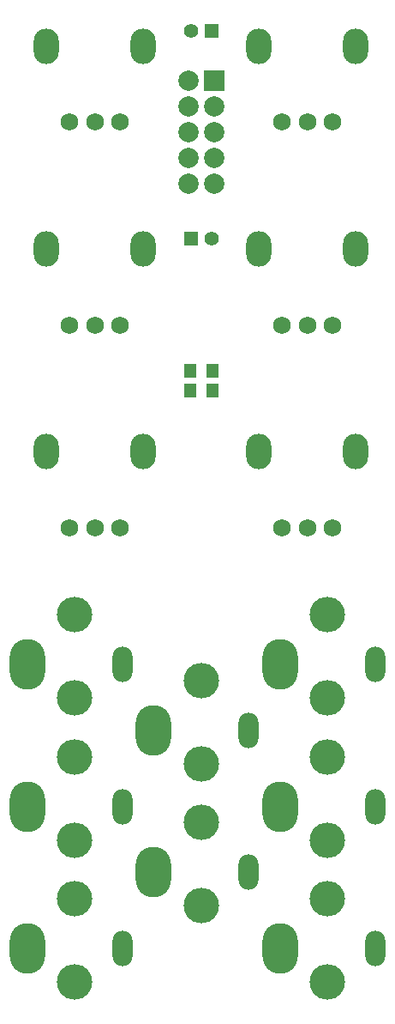
<source format=gts>
G04 (created by PCBNEW (2013-07-07 BZR 4022)-stable) date 2014-05-25 11:14:29 PM*
%MOIN*%
G04 Gerber Fmt 3.4, Leading zero omitted, Abs format*
%FSLAX34Y34*%
G01*
G70*
G90*
G04 APERTURE LIST*
%ADD10C,0.00590551*%
%ADD11R,0.045X0.055*%
%ADD12O,0.0984252X0.137795*%
%ADD13C,0.0688976*%
%ADD14O,0.137795X0.19685*%
%ADD15O,0.0787402X0.137795*%
%ADD16O,0.137795X0.137795*%
%ADD17C,0.0787*%
%ADD18R,0.0787X0.0787*%
%ADD19R,0.0551181X0.0551181*%
%ADD20C,0.0551181*%
G04 APERTURE END LIST*
G54D10*
G54D11*
X87567Y-56692D03*
X88417Y-56692D03*
X87567Y-57480D03*
X88417Y-57480D03*
G54D12*
X85748Y-59842D03*
X81968Y-59842D03*
G54D13*
X84842Y-62795D03*
X83858Y-62795D03*
X82874Y-62795D03*
G54D12*
X85748Y-51968D03*
X81968Y-51968D03*
G54D13*
X84842Y-54921D03*
X83858Y-54921D03*
X82874Y-54921D03*
G54D12*
X85748Y-44094D03*
X81968Y-44094D03*
G54D13*
X84842Y-47047D03*
X83858Y-47047D03*
X82874Y-47047D03*
G54D12*
X94015Y-44094D03*
X90236Y-44094D03*
G54D13*
X93110Y-47047D03*
X92125Y-47047D03*
X91141Y-47047D03*
G54D12*
X94015Y-51968D03*
X90236Y-51968D03*
G54D13*
X93110Y-54921D03*
X92125Y-54921D03*
X91141Y-54921D03*
G54D12*
X94015Y-59842D03*
X90236Y-59842D03*
G54D13*
X93110Y-62795D03*
X92125Y-62795D03*
X91141Y-62795D03*
G54D14*
X81220Y-68110D03*
G54D15*
X84921Y-68110D03*
G54D16*
X83070Y-66181D03*
X83070Y-69409D03*
G54D14*
X86141Y-76181D03*
G54D15*
X89842Y-76181D03*
G54D16*
X87992Y-74251D03*
X87992Y-77480D03*
G54D14*
X91062Y-79133D03*
G54D15*
X94763Y-79133D03*
G54D16*
X92913Y-77204D03*
X92913Y-80433D03*
G54D14*
X91062Y-73622D03*
G54D15*
X94763Y-73622D03*
G54D16*
X92913Y-71692D03*
X92913Y-74921D03*
G54D14*
X91062Y-68110D03*
G54D15*
X94763Y-68110D03*
G54D16*
X92913Y-66181D03*
X92913Y-69409D03*
G54D14*
X86141Y-70669D03*
G54D15*
X89842Y-70669D03*
G54D16*
X87992Y-68740D03*
X87992Y-71968D03*
G54D14*
X81220Y-79133D03*
G54D15*
X84921Y-79133D03*
G54D16*
X83070Y-77204D03*
X83070Y-80433D03*
G54D14*
X81220Y-73622D03*
G54D15*
X84921Y-73622D03*
G54D16*
X83070Y-71692D03*
X83070Y-74921D03*
G54D17*
X88492Y-48440D03*
X88492Y-47440D03*
X88492Y-49440D03*
X88492Y-46440D03*
G54D18*
X88492Y-45440D03*
G54D17*
X87492Y-45440D03*
X87492Y-46440D03*
X87492Y-47440D03*
X87492Y-48440D03*
X87492Y-49440D03*
G54D19*
X88385Y-43503D03*
G54D20*
X87598Y-43503D03*
G54D19*
X87598Y-51574D03*
G54D20*
X88385Y-51574D03*
M02*

</source>
